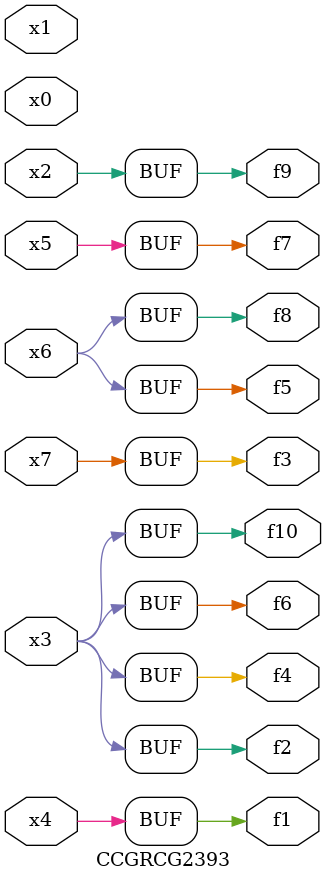
<source format=v>
module CCGRCG2393(
	input x0, x1, x2, x3, x4, x5, x6, x7,
	output f1, f2, f3, f4, f5, f6, f7, f8, f9, f10
);
	assign f1 = x4;
	assign f2 = x3;
	assign f3 = x7;
	assign f4 = x3;
	assign f5 = x6;
	assign f6 = x3;
	assign f7 = x5;
	assign f8 = x6;
	assign f9 = x2;
	assign f10 = x3;
endmodule

</source>
